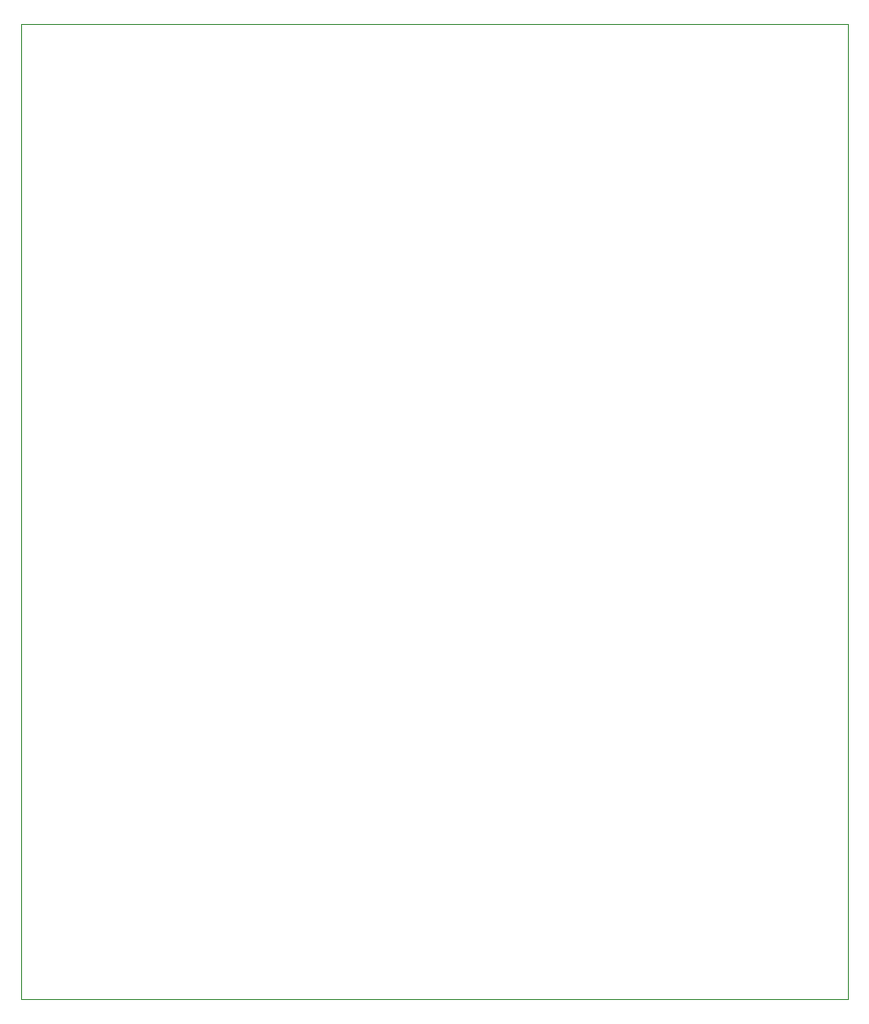
<source format=gbr>
%TF.GenerationSoftware,KiCad,Pcbnew,9.0.2*%
%TF.CreationDate,2025-05-16T17:18:39+02:00*%
%TF.ProjectId,PCB_accueil_STM,5043425f-6163-4637-9565-696c5f53544d,rev?*%
%TF.SameCoordinates,Original*%
%TF.FileFunction,Profile,NP*%
%FSLAX46Y46*%
G04 Gerber Fmt 4.6, Leading zero omitted, Abs format (unit mm)*
G04 Created by KiCad (PCBNEW 9.0.2) date 2025-05-16 17:18:39*
%MOMM*%
%LPD*%
G01*
G04 APERTURE LIST*
%TA.AperFunction,Profile*%
%ADD10C,0.050000*%
%TD*%
G04 APERTURE END LIST*
D10*
X118516000Y-53695600D02*
X118516000Y-139700000D01*
X191516000Y-139700000D02*
X191516000Y-53700000D01*
X118516000Y-139700000D02*
X191516000Y-139700000D01*
X191516000Y-53695600D02*
X118516000Y-53695600D01*
M02*

</source>
